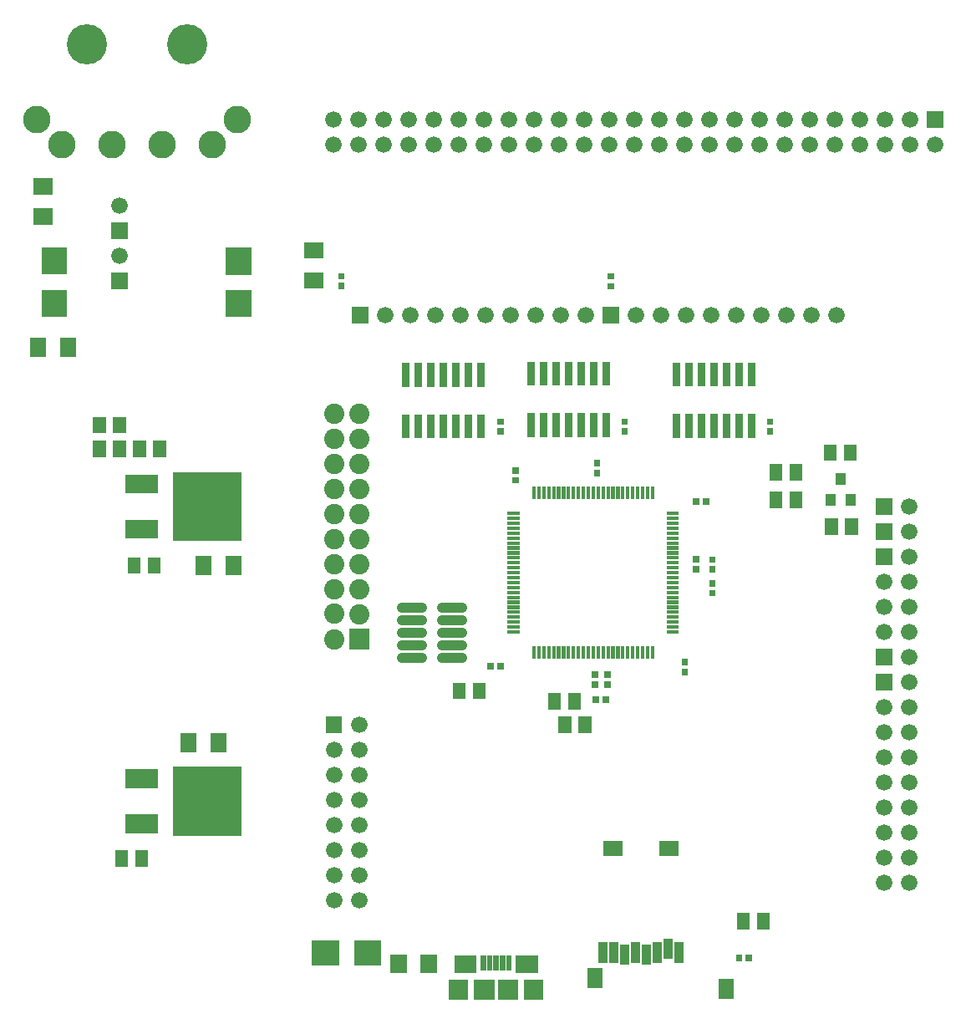
<source format=gts>
G04 start of page 11 for group -4063 idx -4063 *
G04 Title: (unknown), componentmask *
G04 Creator: pcb 20140316 *
G04 CreationDate: Tue 09 Dec 2014 10:14:49 GMT UTC *
G04 For: michael *
G04 Format: Gerber/RS-274X *
G04 PCB-Dimensions (mil): 3930.00 3937.00 *
G04 PCB-Coordinate-Origin: lower left *
%MOIN*%
%FSLAX25Y25*%
%LNGTS*%
%ADD172R,0.0375X0.0375*%
%ADD171R,0.0611X0.0611*%
%ADD170R,0.0769X0.0769*%
%ADD169R,0.0690X0.0690*%
%ADD168R,0.0218X0.0218*%
%ADD167C,0.0410*%
%ADD166R,0.0400X0.0400*%
%ADD165R,0.0510X0.0510*%
%ADD164R,0.0750X0.0750*%
%ADD163R,0.0140X0.0140*%
%ADD162R,0.0660X0.0660*%
%ADD161R,0.1006X0.1006*%
%ADD160R,0.0300X0.0300*%
%ADD159C,0.0808*%
%ADD158C,0.1600*%
%ADD157C,0.1100*%
%ADD156C,0.0660*%
%ADD155C,0.0001*%
G54D155*G36*
X41700Y312000D02*Y305400D01*
X48300D01*
Y312000D01*
X41700D01*
G37*
G54D156*X45000Y318700D03*
G54D157*X22000Y343200D03*
X42000D03*
X62000D03*
X12000Y353200D03*
G54D158*X32000Y383200D03*
X72000D03*
G54D155*G36*
X41700Y292000D02*Y285400D01*
X48300D01*
Y292000D01*
X41700D01*
G37*
G54D156*X45000Y298700D03*
G54D157*X82000Y343200D03*
X92000Y353200D03*
G54D156*X130200Y343000D03*
Y353000D03*
X140200Y343000D03*
Y353000D03*
X150200Y343000D03*
Y353000D03*
X160200Y343000D03*
Y353000D03*
X170200D03*
X180200D03*
X170200Y343000D03*
X180200D03*
X190200D03*
X200200D03*
X210200D03*
X220200D03*
X190200Y353000D03*
X200200D03*
X210200D03*
X230200Y343000D03*
X240200D03*
X250200D03*
X220200Y353000D03*
X230200D03*
X240200D03*
X250200D03*
X260200Y343000D03*
X270200D03*
X280200D03*
X260200Y353000D03*
X270200D03*
X280200D03*
X290200D03*
X300200D03*
X310200D03*
X290200Y343000D03*
X300200D03*
X310200D03*
X320200D03*
Y353000D03*
X330200Y343000D03*
X340200D03*
X350200D03*
X360200D03*
X370200D03*
X330200Y353000D03*
X340200D03*
X350200D03*
X360200D03*
G54D155*G36*
X366900Y356300D02*Y349700D01*
X373500D01*
Y356300D01*
X366900D01*
G37*
G54D156*X130500Y91700D03*
X140500D03*
X130500Y81700D03*
X140500D03*
G54D155*G36*
X127200Y115000D02*Y108400D01*
X133800D01*
Y115000D01*
X127200D01*
G37*
G54D156*X140500Y111700D03*
X130500Y101700D03*
X140500D03*
X130500Y71700D03*
X140500D03*
X130500Y61700D03*
Y51700D03*
Y41700D03*
X140500Y61700D03*
Y51700D03*
Y41700D03*
G54D155*G36*
X136560Y149940D02*Y141860D01*
X144640D01*
Y149940D01*
X136560D01*
G37*
G54D159*X130600Y145900D03*
X140600Y155900D03*
X130561Y155939D03*
X140600Y165900D03*
X130600D03*
X140600Y175900D03*
Y185900D03*
Y195900D03*
X130600Y175900D03*
Y185900D03*
Y195900D03*
Y205900D03*
Y215900D03*
Y225900D03*
X140600Y205900D03*
Y215900D03*
Y225900D03*
Y235900D03*
X130600D03*
G54D155*G36*
X137800Y278300D02*Y271700D01*
X144400D01*
Y278300D01*
X137800D01*
G37*
G54D156*X151100Y275000D03*
X161100D03*
X171100D03*
X181100D03*
X191100D03*
X201100D03*
X211100D03*
X221100D03*
G54D155*G36*
X346700Y182000D02*Y175400D01*
X353300D01*
Y182000D01*
X346700D01*
G37*
G54D156*X360000Y178700D03*
X350000Y168700D03*
X360000D03*
G54D155*G36*
X346700Y192000D02*Y185400D01*
X353300D01*
Y192000D01*
X346700D01*
G37*
G54D156*X360000Y188700D03*
X350000Y158700D03*
X360000D03*
G54D155*G36*
X346700Y202000D02*Y195400D01*
X353300D01*
Y202000D01*
X346700D01*
G37*
G54D156*X360000Y198700D03*
G54D155*G36*
X237800Y278300D02*Y271700D01*
X244400D01*
Y278300D01*
X237800D01*
G37*
G54D156*X251100Y275000D03*
X261100D03*
X271100D03*
X281100D03*
X291100D03*
X301100D03*
X311100D03*
X321100D03*
X331100D03*
X231100D03*
X350000Y148700D03*
G54D155*G36*
X346700Y132000D02*Y125400D01*
X353300D01*
Y132000D01*
X346700D01*
G37*
G54D156*X350000Y118700D03*
G54D155*G36*
X346700Y142000D02*Y135400D01*
X353300D01*
Y142000D01*
X346700D01*
G37*
G54D156*X360000Y148700D03*
Y128700D03*
Y118700D03*
Y138700D03*
X350000Y108700D03*
Y98700D03*
Y88700D03*
Y78700D03*
X360000D03*
X350000Y68700D03*
Y58700D03*
Y48700D03*
X360000Y68700D03*
Y58700D03*
Y48700D03*
Y108700D03*
Y98700D03*
Y88700D03*
G54D160*X239300Y254950D02*Y248450D01*
X234300Y254950D02*Y248450D01*
X229300Y254950D02*Y248450D01*
X224300Y254950D02*Y248450D01*
X219300Y254950D02*Y248450D01*
X214300Y254950D02*Y248450D01*
X209300Y234450D02*Y227950D01*
X214300Y234450D02*Y227950D01*
X219300Y234450D02*Y227950D01*
X224300Y234450D02*Y227950D01*
X229300Y234450D02*Y227950D01*
X234300Y234450D02*Y227950D01*
X239300Y234450D02*Y227950D01*
G54D155*G36*
X245215Y233921D02*Y231352D01*
X247784D01*
Y233921D01*
X245215D01*
G37*
G36*
Y229984D02*Y227415D01*
X247784D01*
Y229984D01*
X245215D01*
G37*
G36*
X234215Y217421D02*Y214852D01*
X236784D01*
Y217421D01*
X234215D01*
G37*
G36*
Y213484D02*Y210915D01*
X236784D01*
Y213484D01*
X234215D01*
G37*
G54D160*X297000Y254700D02*Y248200D01*
X292000Y254700D02*Y248200D01*
X287000Y254700D02*Y248200D01*
X282000Y254700D02*Y248200D01*
X277000Y254700D02*Y248200D01*
G54D155*G36*
X239750Y291856D02*Y289288D01*
X242320D01*
Y291856D01*
X239750D01*
G37*
G36*
Y287920D02*Y285350D01*
X242320D01*
Y287920D01*
X239750D01*
G37*
G54D161*X19000Y280164D02*Y279377D01*
X92500Y280094D02*Y279307D01*
X19000Y297093D02*Y296306D01*
X92500Y297023D02*Y296236D01*
G54D155*G36*
X132215Y291921D02*Y289352D01*
X134784D01*
Y291921D01*
X132215D01*
G37*
G36*
Y287984D02*Y285415D01*
X134784D01*
Y287984D01*
X132215D01*
G37*
G54D162*X122000Y300900D02*X123000D01*
X122000Y288900D02*X123000D01*
X14100Y326300D02*X15100D01*
X14100Y314300D02*X15100D01*
X12500Y262700D02*Y261700D01*
X24500Y262700D02*Y261700D01*
G54D160*X272000Y254700D02*Y248200D01*
X267000Y254700D02*Y248200D01*
Y234200D02*Y227700D01*
X272000Y234200D02*Y227700D01*
X277000Y234200D02*Y227700D01*
X282000Y234200D02*Y227700D01*
X287000Y234200D02*Y227700D01*
X292000Y234200D02*Y227700D01*
X297000Y234200D02*Y227700D01*
G54D155*G36*
X303215Y233921D02*Y231352D01*
X305784D01*
Y233921D01*
X303215D01*
G37*
G36*
Y229984D02*Y227415D01*
X305784D01*
Y229984D01*
X303215D01*
G37*
G36*
X277715Y201985D02*Y199416D01*
X280284D01*
Y201985D01*
X277715D01*
G37*
G36*
X273778D02*Y199416D01*
X276347D01*
Y201985D01*
X273778D01*
G37*
G54D163*X257575Y205895D02*Y202505D01*
X255607Y205895D02*Y202505D01*
X253638Y205895D02*Y202505D01*
X251670Y205895D02*Y202505D01*
X249701Y205895D02*Y202505D01*
X247733Y205895D02*Y202505D01*
X245764Y205895D02*Y202505D01*
X243796Y205895D02*Y202505D01*
X241827Y205895D02*Y202505D01*
X239859Y205895D02*Y202505D01*
X237890Y205895D02*Y202505D01*
G54D164*X51000Y207700D02*X56500D01*
G54D165*X37000Y231900D02*Y230500D01*
X45000Y231900D02*Y230500D01*
X37000Y222400D02*Y221000D01*
X45000Y222400D02*Y221000D01*
X53000Y222400D02*Y221000D01*
X61000Y222400D02*Y221000D01*
G54D166*X328809Y201809D02*Y201209D01*
X336609Y201809D02*Y201209D01*
X332709Y210009D02*Y209409D01*
G54D165*X314859Y213122D02*Y211722D01*
X306859Y213122D02*Y211722D01*
X306900Y202200D02*Y200800D01*
X314900Y202200D02*Y200800D01*
X329000Y191400D02*Y190000D01*
X337000Y191400D02*Y190000D01*
X328500Y220900D02*Y219500D01*
X336500Y220900D02*Y219500D01*
G54D155*G36*
X201715Y210547D02*Y207978D01*
X204284D01*
Y210547D01*
X201715D01*
G37*
G54D163*X200453Y196017D02*X203843D01*
X200453Y194049D02*X203843D01*
X200453Y192080D02*X203843D01*
X200453Y190112D02*X203843D01*
X200453Y188143D02*X203843D01*
X200453Y186175D02*X203843D01*
X200453Y184206D02*X203843D01*
X200453Y182238D02*X203843D01*
X200453Y180269D02*X203843D01*
X200453Y178301D02*X203843D01*
X200453Y176332D02*X203843D01*
X200453Y174364D02*X203843D01*
X200453Y172395D02*X203843D01*
X200453Y170427D02*X203843D01*
X200453Y168458D02*X203843D01*
X200453Y166490D02*X203843D01*
X200453Y164521D02*X203843D01*
X200453Y162553D02*X203843D01*
X200453Y160584D02*X203843D01*
X200453Y158616D02*X203843D01*
X200453Y156647D02*X203843D01*
X264063D02*X267453D01*
X264063Y158615D02*X267453D01*
X264063Y160584D02*X267453D01*
X264063Y162552D02*X267453D01*
X264063Y164521D02*X267453D01*
X264063Y166489D02*X267453D01*
X264063Y168458D02*X267453D01*
X264063Y170426D02*X267453D01*
X264063Y172395D02*X267453D01*
X264063Y174363D02*X267453D01*
X264063Y176332D02*X267453D01*
X264063Y178300D02*X267453D01*
X264063Y180269D02*X267453D01*
X264063Y182237D02*X267453D01*
X264063Y184206D02*X267453D01*
X264063Y186174D02*X267453D01*
X264063Y188143D02*X267453D01*
X264063Y190111D02*X267453D01*
X264063Y192080D02*X267453D01*
X264063Y194048D02*X267453D01*
X264063Y196017D02*X267453D01*
G54D160*X209300Y254950D02*Y248450D01*
X189200Y254550D02*Y248050D01*
X184200Y234050D02*Y227550D01*
X189200Y234050D02*Y227550D01*
G54D155*G36*
X195715Y233921D02*Y231352D01*
X198284D01*
Y233921D01*
X195715D01*
G37*
G36*
Y229984D02*Y227415D01*
X198284D01*
Y229984D01*
X195715D01*
G37*
G36*
X201715Y214484D02*Y211915D01*
X204284D01*
Y214484D01*
X201715D01*
G37*
G54D165*X222641Y112378D02*Y110978D01*
X230641Y112378D02*Y110978D01*
X218600Y121800D02*Y120400D01*
X226600Y121800D02*Y120400D01*
G54D155*G36*
X237652Y122985D02*Y120416D01*
X240221D01*
Y122985D01*
X237652D01*
G37*
G36*
X233715D02*Y120416D01*
X236284D01*
Y122985D01*
X233715D01*
G37*
G36*
X238421Y128998D02*Y126429D01*
X240990D01*
Y128998D01*
X238421D01*
G37*
G36*
Y132935D02*Y130366D01*
X240990D01*
Y132935D01*
X238421D01*
G37*
G54D167*X173578Y138391D02*X181678D01*
X173578Y143391D02*X181678D01*
X173578Y148391D02*X181678D01*
X173578Y153391D02*X181678D01*
X157578D02*X165678D01*
G54D163*X200453Y154679D02*X203843D01*
X200453Y152710D02*X203843D01*
X200453Y150742D02*X203843D01*
X200453Y148773D02*X203843D01*
G54D167*X173578Y158391D02*X181678D01*
X157578D02*X165678D01*
X157578Y138391D02*X165678D01*
X157578Y143391D02*X165678D01*
X157578Y148391D02*X165678D01*
G54D165*X180500Y125900D02*Y124500D01*
X188500Y125900D02*Y124500D01*
G54D155*G36*
X191716Y136484D02*Y133915D01*
X194285D01*
Y136484D01*
X191716D01*
G37*
G36*
X195653D02*Y133915D01*
X198222D01*
Y136484D01*
X195653D01*
G37*
G54D160*X184200Y254550D02*Y248050D01*
X179200Y254550D02*Y248050D01*
X174200Y254550D02*Y248050D01*
X169200Y254550D02*Y248050D01*
X164200Y254550D02*Y248050D01*
X159200Y254550D02*Y248050D01*
Y234050D02*Y227550D01*
X164200Y234050D02*Y227550D01*
X169200Y234050D02*Y227550D01*
X174200Y234050D02*Y227550D01*
X179200Y234050D02*Y227550D01*
G54D163*X210331Y142285D02*Y138895D01*
X212299Y142285D02*Y138895D01*
X214268Y142285D02*Y138895D01*
X216236Y142285D02*Y138895D01*
X218205Y142285D02*Y138895D01*
X220173Y142285D02*Y138895D01*
X222142Y142285D02*Y138895D01*
X224110Y142285D02*Y138895D01*
X226079Y142285D02*Y138895D01*
X228047Y142285D02*Y138895D01*
X230016Y142285D02*Y138895D01*
X231984Y142285D02*Y138895D01*
X233953Y142285D02*Y138895D01*
X235921Y142285D02*Y138895D01*
X237890Y142285D02*Y138895D01*
X239858Y142285D02*Y138895D01*
G54D168*X195225Y18602D02*Y14862D01*
X200343Y18602D02*Y14862D01*
X190107Y18602D02*Y14862D01*
X197784Y18602D02*Y14862D01*
X192666Y18602D02*Y14862D01*
G54D169*X182036Y16240D02*X184004D01*
G54D162*X168400Y16900D02*Y15900D01*
X156400Y16900D02*Y15900D01*
G54D161*X126677Y20700D02*X127464D01*
X143606D02*X144393D01*
G54D169*X206445Y16240D02*X208414D01*
G54D170*X180264Y6397D02*Y6003D01*
G54D155*G36*
X186460Y10240D02*Y2160D01*
X194540D01*
Y10240D01*
X186460D01*
G37*
G36*
X195909D02*Y2160D01*
X203989D01*
Y10240D01*
X195909D01*
G37*
G54D170*X210185Y6397D02*Y6003D01*
G54D155*G36*
X294778Y20085D02*Y17516D01*
X297347D01*
Y20085D01*
X294778D01*
G37*
G36*
X290841D02*Y17516D01*
X293410D01*
Y20085D01*
X290841D01*
G37*
G54D171*X286953Y7353D02*Y5384D01*
G54D165*X301720Y34106D02*Y32706D01*
X293720Y34106D02*Y32706D01*
G54D172*X268055Y23101D02*Y18601D01*
X263724Y24676D02*Y20176D01*
X259394Y23101D02*Y18601D01*
X255063Y22313D02*Y17813D01*
X250732Y23101D02*Y18601D01*
X246402Y22313D02*Y17813D01*
X242071Y23101D02*Y18601D01*
X237740Y23101D02*Y18601D01*
G54D171*X234591Y11683D02*Y9715D01*
G54D155*G36*
X233279Y129048D02*Y126479D01*
X235848D01*
Y129048D01*
X233279D01*
G37*
G36*
Y132985D02*Y130416D01*
X235848D01*
Y132985D01*
X233279D01*
G37*
G54D163*X241827Y142285D02*Y138895D01*
X243795Y142285D02*Y138895D01*
G54D171*X240890Y62471D02*X242465D01*
X263331D02*X264906D01*
G54D163*X245764Y142285D02*Y138895D01*
X247732Y142285D02*Y138895D01*
X249701Y142285D02*Y138895D01*
X251669Y142285D02*Y138895D01*
X253638Y142285D02*Y138895D01*
X255606Y142285D02*Y138895D01*
X257575Y142285D02*Y138895D01*
X264063Y148773D02*X267453D01*
X264063Y150741D02*X267453D01*
X264063Y152710D02*X267453D01*
X264063Y154678D02*X267453D01*
G54D155*G36*
X269216Y134048D02*Y131479D01*
X271785D01*
Y134048D01*
X269216D01*
G37*
G36*
Y137985D02*Y135416D01*
X271785D01*
Y137985D01*
X269216D01*
G37*
G36*
X280215Y178921D02*Y176352D01*
X282784D01*
Y178921D01*
X280215D01*
G37*
G36*
Y174984D02*Y172415D01*
X282784D01*
Y174984D01*
X280215D01*
G37*
G36*
X273715Y178984D02*Y176415D01*
X276284D01*
Y178984D01*
X273715D01*
G37*
G36*
Y175047D02*Y172478D01*
X276284D01*
Y175047D01*
X273715D01*
G37*
G36*
X280216Y165548D02*Y162979D01*
X282785D01*
Y165548D01*
X280216D01*
G37*
G36*
Y169485D02*Y166916D01*
X282785D01*
Y169485D01*
X280216D01*
G37*
G54D163*X235922Y205895D02*Y202505D01*
X233953Y205895D02*Y202505D01*
X231985Y205895D02*Y202505D01*
X230016Y205895D02*Y202505D01*
X228048Y205895D02*Y202505D01*
X226079Y205895D02*Y202505D01*
X224111Y205895D02*Y202505D01*
X222142Y205895D02*Y202505D01*
X220174Y205895D02*Y202505D01*
X218205Y205895D02*Y202505D01*
X216237Y205895D02*Y202505D01*
X214268Y205895D02*Y202505D01*
X212300Y205895D02*Y202505D01*
X210331Y205895D02*Y202505D01*
G54D155*G36*
X66250Y212450D02*Y184950D01*
X93750D01*
Y212450D01*
X66250D01*
G37*
G36*
X81250Y197450D02*Y184950D01*
X93750D01*
Y197450D01*
X81250D01*
G37*
G36*
Y212450D02*Y199950D01*
X93750D01*
Y212450D01*
X81250D01*
G37*
G36*
X66250Y197450D02*Y184950D01*
X78750D01*
Y197450D01*
X66250D01*
G37*
G36*
Y212450D02*Y199950D01*
X78750D01*
Y212450D01*
X66250D01*
G37*
G54D164*X51000Y189700D02*X56500D01*
G54D155*G36*
X66250Y94950D02*Y67450D01*
X93750D01*
Y94950D01*
X66250D01*
G37*
G36*
X81250Y79950D02*Y67450D01*
X93750D01*
Y79950D01*
X81250D01*
G37*
G36*
Y94950D02*Y82450D01*
X93750D01*
Y94950D01*
X81250D01*
G37*
G36*
X66250Y79950D02*Y67450D01*
X78750D01*
Y79950D01*
X66250D01*
G37*
G36*
Y94950D02*Y82450D01*
X78750D01*
Y94950D01*
X66250D01*
G37*
G54D164*X51000Y72200D02*X56500D01*
X51000Y90200D02*X56500D01*
G54D165*X45706Y59180D02*Y57780D01*
X53706Y59180D02*Y57780D01*
X58823Y175912D02*Y174512D01*
X50823Y175912D02*Y174512D01*
G54D162*X72500Y105200D02*Y104200D01*
X84500Y105200D02*Y104200D01*
X78500Y175700D02*Y174700D01*
X90500Y175700D02*Y174700D01*
M02*

</source>
